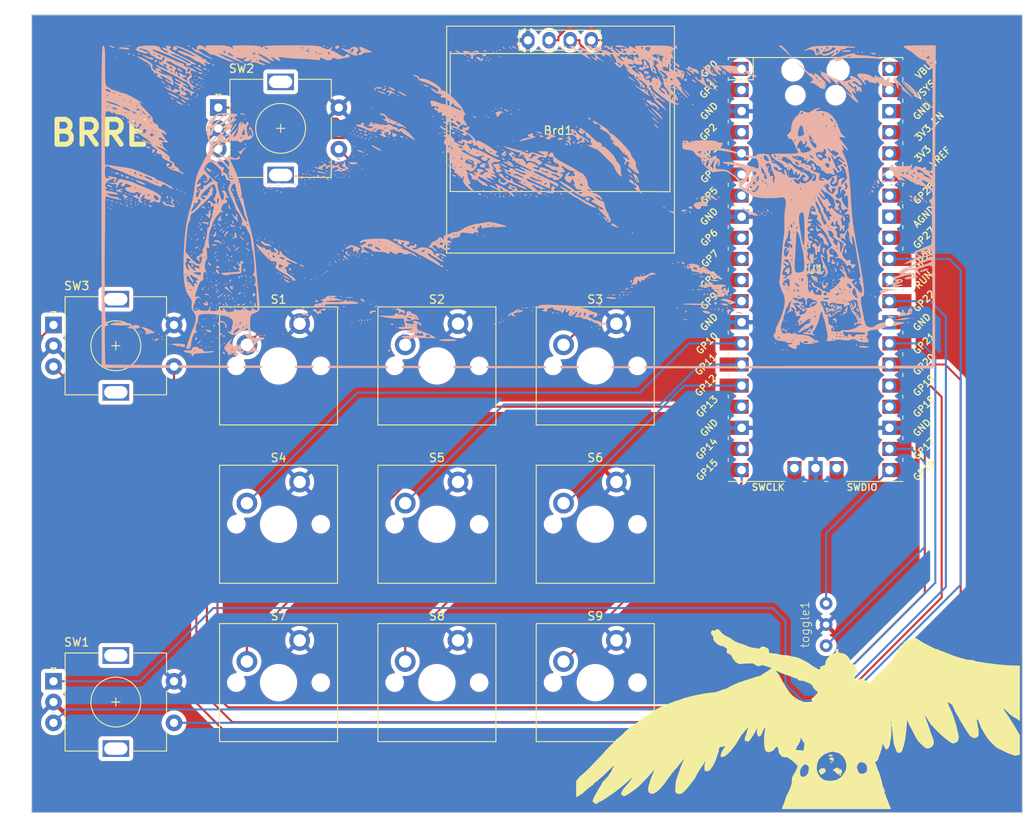
<source format=kicad_pcb>
(kicad_pcb (version 20221018) (generator pcbnew)
  (layers (0 "F.Cu" signal) (31 "B.Cu" signal) (34 "B.Paste" user) (35 "F.Paste" user) (36 "B.SilkS" user "B.Silkscreen") (37 "F.SilkS" user "F.Silkscreen") (38 "B.Mask" user) (39 "F.Mask" user) (44 "Edge.Cuts" user))
  (net 0 "")
  (net 1 "SDA")
  (net 2 "SCL")
  (net 3 "GND")
  (net 4 "+5V")
  (net 5 "S1")
  (net 6 "+3.3V")
  (net 7 "S2")
  (net 8 "S3")
  (net 9 "S4")
  (net 10 "S5")
  (net 11 "S6")
  (net 12 "S7")
  (net 13 "S8")
  (net 14 "S9")
  (net 15 "A1")
  (net 16 "B1")
  (net 17 "SW1")
  (net 18 "A2")
  (net 19 "B2")
  (net 20 "SW2")
  (net 21 "A3")
  (net 22 "B3")
  (net 23 "SW3")
  (net 24 "Toggle1")
  (net 25 "Toggle2")
  (footprint "s_MX:MX_PCB_1.00u" (layer "F.Cu") (at 129.522 98.122)
    (fp_text reference "S2" (at 0 -8) (layer "F.SilkS"))
    (fp_text value "Keyswitch")
    (pad "" np_thru_hole circle (at -5.08 0) (size 1.75 1.75) (drill 1.75) (layers "F&B.Cu" "*.Mask"))
    (pad "" np_thru_hole circle (at 0 0) (size 4 4) (drill 4) (layers "F&B.Cu" "*.Mask"))
    (pad "" np_thru_hole circle (at 5.08 0) (size 1.75 1.75) (drill 1.75) (layers "F&B.Cu" "*.Mask"))
    (pad "1" thru_hole circle (at -3.81 -2.54) (size 2.5 2.5) (drill 1.5) (layers "*.Cu" "*.Mask") (net 7 "S2"))
    (pad "2" thru_hole circle (at 2.54 -5.08) (size 2.5 2.5) (drill 1.5) (layers "*.Cu" "*.Mask") (net 3 "GND"))
  )
  (footprint "Rotary_Encoder:RotaryEncoder_Alps_EC11E-Switch_Vertical_H20mm" (layer "F.Cu") (at 83.397 136.0595)
    (fp_text reference "SW1" (at 2.8 -4.7) (layer "F.SilkS"))
    (fp_text value "RotaryEncoder_Switch")
    (pad "A" thru_hole rect (at 0 0) (size 2 2) (drill 1) (layers "*.Cu" "*.Mask") (net 15 "A1"))
    (pad "B" thru_hole circle (at 0 5) (size 2 2) (drill 1) (layers "*.Cu" "*.Mask") (net 16 "B1"))
    (pad "C" thru_hole circle (at 0 2.5) (size 2 2) (drill 1) (layers "*.Cu" "*.Mask") (net 3 "GND"))
    (pad "MP" thru_hole rect (at 7.5 -3.1) (size 3.2 2) (drill oval 2.8 1.5) (layers "*.Cu" "*.Mask"))
    (pad "MP" thru_hole rect (at 7.5 8.1) (size 3.2 2) (drill oval 2.8 1.5) (layers "*.Cu" "*.Mask"))
    (pad "S1" thru_hole circle (at 14.5 5) (size 2 2) (drill 1) (layers "*.Cu" "*.Mask") (net 17 "SW1"))
    (pad "S2" thru_hole circle (at 14.5 0) (size 2 2) (drill 1) (layers "*.Cu" "*.Mask") (net 3 "GND"))
  )
  (footprint "s_MX:MX_PCB_1.00u" (layer "F.Cu") (at 148.572 136.222)
    (fp_text reference "S9" (at 0 -8) (layer "F.SilkS"))
    (fp_text value "Keyswitch")
    (pad "" np_thru_hole circle (at -5.08 0) (size 1.75 1.75) (drill 1.75) (layers "F&B.Cu" "*.Mask"))
    (pad "" np_thru_hole circle (at 0 0) (size 4 4) (drill 4) (layers "F&B.Cu" "*.Mask"))
    (pad "" np_thru_hole circle (at 5.08 0) (size 1.75 1.75) (drill 1.75) (layers "F&B.Cu" "*.Mask"))
    (pad "1" thru_hole circle (at -3.81 -2.54) (size 2.5 2.5) (drill 1.5) (layers "*.Cu" "*.Mask") (net 14 "S9"))
    (pad "2" thru_hole circle (at 2.54 -5.08) (size 2.5 2.5) (drill 1.5) (layers "*.Cu" "*.Mask") (net 3 "GND"))
  )
  (footprint "s_MX:MX_PCB_1.00u" (layer "F.Cu") (at 148.572 117.172)
    (fp_text reference "S6" (at 0 -8) (layer "F.SilkS"))
    (fp_text value "Keyswitch")
    (pad "" np_thru_hole circle (at -5.08 0) (size 1.75 1.75) (drill 1.75) (layers "F&B.Cu" "*.Mask"))
    (pad "" np_thru_hole circle (at 0 0) (size 4 4) (drill 4) (layers "F&B.Cu" "*.Mask"))
    (pad "" np_thru_hole circle (at 5.08 0) (size 1.75 1.75) (drill 1.75) (layers "F&B.Cu" "*.Mask"))
    (pad "1" thru_hole circle (at -3.81 -2.54) (size 2.5 2.5) (drill 1.5) (layers "*.Cu" "*.Mask") (net 11 "S6"))
    (pad "2" thru_hole circle (at 2.54 -5.08) (size 2.5 2.5) (drill 1.5) (layers "*.Cu" "*.Mask") (net 3 "GND"))
  )
  (footprint "Rotary_Encoder:RotaryEncoder_Alps_EC11E-Switch_Vertical_H20mm" (layer "F.Cu") (at 103.222 67.047)
    (fp_text reference "SW2" (at 2.8 -4.7) (layer "F.SilkS"))
    (fp_text value "RotaryEncoder_Switch")
    (pad "A" thru_hole rect (at 0 0) (size 2 2) (drill 1) (layers "*.Cu" "*.Mask") (net 18 "A2"))
    (pad "B" thru_hole circle (at 0 5) (size 2 2) (drill 1) (layers "*.Cu" "*.Mask") (net 19 "B2"))
    (pad "C" thru_hole circle (at 0 2.5) (size 2 2) (drill 1) (layers "*.Cu" "*.Mask") (net 3 "GND"))
    (pad "MP" thru_hole rect (at 7.5 -3.1) (size 3.2 2) (drill oval 2.8 1.5) (layers "*.Cu" "*.Mask"))
    (pad "MP" thru_hole rect (at 7.5 8.1) (size 3.2 2) (drill oval 2.8 1.5) (layers "*.Cu" "*.Mask"))
    (pad "S1" thru_hole circle (at 14.5 5) (size 2 2) (drill 1) (layers "*.Cu" "*.Mask") (net 20 "SW2"))
    (pad "S2" thru_hole circle (at 14.5 0) (size 2 2) (drill 1) (layers "*.Cu" "*.Mask") (net 3 "GND"))
  )
  (footprint "s_MX:MX_PCB_1.00u" (layer "F.Cu") (at 110.472 117.172)
    (fp_text reference "S4" (at 0 -8) (layer "F.SilkS"))
    (fp_text value "Keyswitch")
    (pad "" np_thru_hole circle (at -5.08 0) (size 1.75 1.75) (drill 1.75) (layers "F&B.Cu" "*.Mask"))
    (pad "" np_thru_hole circle (at 0 0) (size 4 4) (drill 4) (layers "F&B.Cu" "*.Mask"))
    (pad "" np_thru_hole circle (at 5.08 0) (size 1.75 1.75) (drill 1.75) (layers "F&B.Cu" "*.Mask"))
    (pad "1" thru_hole circle (at -3.81 -2.54) (size 2.5 2.5) (drill 1.5) (layers "*.Cu" "*.Mask") (net 9 "S4"))
    (pad "2" thru_hole circle (at 2.54 -5.08) (size 2.5 2.5) (drill 1.5) (layers "*.Cu" "*.Mask") (net 3 "GND"))
  )
  (footprint "s_MX:MX_PCB_1.00u" (layer "F.Cu") (at 129.522 117.172)
    (fp_text reference "S5" (at 0 -8) (layer "F.SilkS"))
    (fp_text value "Keyswitch")
    (pad "" np_thru_hole circle (at -5.08 0) (size 1.75 1.75) (drill 1.75) (layers "F&B.Cu" "*.Mask"))
    (pad "" np_thru_hole circle (at 0 0) (size 4 4) (drill 4) (layers "F&B.Cu" "*.Mask"))
    (pad "" np_thru_hole circle (at 5.08 0) (size 1.75 1.75) (drill 1.75) (layers "F&B.Cu" "*.Mask"))
    (pad "1" thru_hole circle (at -3.81 -2.54) (size 2.5 2.5) (drill 1.5) (layers "*.Cu" "*.Mask") (net 10 "S5"))
    (pad "2" thru_hole circle (at 2.54 -5.08) (size 2.5 2.5) (drill 1.5) (layers "*.Cu" "*.Mask") (net 3 "GND"))
  )
  (footprint "s_MX:MX_PCB_1.00u" (layer "F.Cu") (at 148.572 98.122)
    (fp_text reference "S3" (at 0 -8) (layer "F.SilkS"))
    (fp_text value "Keyswitch")
    (pad "" np_thru_hole circle (at -5.08 0) (size 1.75 1.75) (drill 1.75) (layers "F&B.Cu" "*.Mask"))
    (pad "" np_thru_hole circle (at 0 0) (size 4 4) (drill 4) (layers "F&B.Cu" "*.Mask"))
    (pad "" np_thru_hole circle (at 5.08 0) (size 1.75 1.75) (drill 1.75) (layers "F&B.Cu" "*.Mask"))
    (pad "1" thru_hole circle (at -3.81 -2.54) (size 2.5 2.5) (drill 1.5) (layers "*.Cu" "*.Mask") (net 8 "S3"))
    (pad "2" thru_hole circle (at 2.54 -5.08) (size 2.5 2.5) (drill 1.5) (layers "*.Cu" "*.Mask") (net 3 "GND"))
  )
  (footprint "dsada:128x64OLED" (layer "F.Cu") (at 144.097 69.547)
    (fp_text reference "Brd1" (at 0 0.254) (layer "F.SilkS"))
    (fp_text value "SSD1306")
    (pad "1" thru_hole oval (at -3.62 -10.6 90) (size 2 1.6) (drill 1) (layers "*.Cu" "*.Mask") (net 3 "GND"))
    (pad "2" thru_hole oval (at -1.08 -10.6 90) (size 2 1.6) (drill 1) (layers "*.Cu" "*.Mask") (net 4 "+5V"))
    (pad "3" thru_hole oval (at 1.46 -10.6 90) (size 2 1.6) (drill 1) (layers "*.Cu" "*.Mask") (net 2 "SCL"))
    (pad "4" thru_hole oval (at 4 -10.6 90) (size 2 1.6) (drill 1) (layers "*.Cu" "*.Mask") (net 1 "SDA"))
  )
  (footprint "s_MX:MX_PCB_1.00u" (layer "F.Cu") (at 129.522 136.222)
    (fp_text reference "S8" (at 0 -8) (layer "F.SilkS"))
    (fp_text value "Keyswitch")
    (pad "" np_thru_hole circle (at -5.08 0) (size 1.75 1.75) (drill 1.75) (layers "F&B.Cu" "*.Mask"))
    (pad "" np_thru_hole circle (at 0 0) (size 4 4) (drill 4) (layers "F&B.Cu" "*.Mask"))
    (pad "" np_thru_hole circle (at 5.08 0) (size 1.75 1.75) (drill 1.75) (layers "F&B.Cu" "*.Mask"))
    (pad "1" thru_hole circle (at -3.81 -2.54) (size 2.5 2.5) (drill 1.5) (layers "*.Cu" "*.Mask") (net 13 "S8"))
    (pad "2" thru_hole circle (at 2.54 -5.08) (size 2.5 2.5) (drill 1.5) (layers "*.Cu" "*.Mask") (net 3 "GND"))
  )
  (footprint "s_MX:MX_PCB_1.00u" (layer "F.Cu") (at 110.472 136.222)
    (fp_text reference "S7" (at 0 -8) (layer "F.SilkS"))
    (fp_text value "Keyswitch")
    (pad "" np_thru_hole circle (at -5.08 0) (size 1.75 1.75) (drill 1.75) (layers "F&B.Cu" "*.Mask"))
    (pad "" np_thru_hole circle (at 0 0) (size 4 4) (drill 4) (layers "F&B.Cu" "*.Mask"))
    (pad "" np_thru_hole circle (at 5.08 0) (size 1.75 1.75) (drill 1.75) (layers "F&B.Cu" "*.Mask"))
    (pad "1" thru_hole circle (at -3.81 -2.54) (size 2.5 2.5) (drill 1.5) (layers "*.Cu" "*.Mask") (net 12 "S7"))
    (pad "2" thru_hole circle (at 2.54 -5.08) (size 2.5 2.5) (drill 1.5) (layers "*.Cu" "*.Mask") (net 3 "GND"))
  )
  (footprint "Button_Switch_THT:Toggle on-off-on" (layer "F.Cu") (at 176.342 129.237 90)
    (fp_text reference "toggle1" (at 0 -2.54 90 unlocked) (layer "F.SilkS") (effects (font (thickness 0.1))))
    (fp_text value "~")
    (pad "1" thru_hole circle (at -2.54 0 90) (size 1.524 1.524) (drill 0.762) (layers "*.Cu" "*.Mask") (net 24 "Toggle1"))
    (pad "2" thru_hole circle (at 2.54 0 90) (size 1.524 1.524) (drill 0.762) (layers "*.Cu" "*.Mask") (net 25 "Toggle2"))
    (pad "3" thru_hole circle (at 0 0 90) (size 1.524 1.524) (drill 0.762) (layers "*.Cu" "*.Mask") (net 3 "GND"))
  )
  (footprint "s_components:PCBimage3" (layer "F.Cu") (at 172.945613 136.423252)
    (fp_text reference "G***" hide)
    (fp_text value "LOGO" hide)
  )
  (footprint "s_MX:MX_PCB_1.00u" (layer "F.Cu") (at 110.472 98.122)
    (fp_text reference "S1" (at 0 -8) (layer "F.SilkS"))
    (fp_text value "Keyswitch")
    (pad "" np_thru_hole circle (at -5.08 0) (size 1.75 1.75) (drill 1.75) (layers "F&B.Cu" "*.Mask"))
    (pad "" np_thru_hole circle (at 0 0) (size 4 4) (drill 4) (layers "F&B.Cu" "*.Mask"))
    (pad "" np_thru_hole circle (at 5.08 0) (size 1.75 1.75) (drill 1.75) (layers "F&B.Cu" "*.Mask"))
    (pad "1" thru_hole circle (at -3.81 -2.54) (size 2.5 2.5) (drill 1.5) (layers "*.Cu" "*.Mask") (net 5 "S1"))
    (pad "2" thru_hole circle (at 2.54 -5.08) (size 2.5 2.5) (drill 1.5) (layers "*.Cu" "*.Mask") (net 3 "GND"))
  )
  (footprint "MCU_RaspberryPi_and_Boards:RPi_Pico_SMD_TH" (layer "F.Cu") (at 175.072 86.522)
    (fp_text reference "U1" (at 0 0) (layer "F.SilkS"))
    (fp_text value "Pico")
    (fp_text user "GND" (at -12.8 19.05 45) (layer "F.SilkS") (effects (font (size 0.8 0.8))))
    (fp_text user "GP13" (at -13.054 16.51 45) (layer "F.SilkS") (effects (font (size 0.8 0.8))))
    (fp_text user "GP12" (at -13.2 13.97 45) (layer "F.SilkS") (effects (font (size 0.8 0.8))))
    (fp_text user "GP0" (at -12.8 -24.13 45) (layer "F.SilkS") (effects (font (size 0.8 0.8))))
    (fp_text user "3V3" (at 12.9 -13.9 45) (layer "F.SilkS") (effects (font (size 0.8 0.8))))
    (fp_text user "GND" (at -12.8 -19.05 45) (layer "F.SilkS") (effects (font (size 0.8 0.8))))
    (fp_text user "GP20" (at 13.054 11.43 45) (layer "F.SilkS") (effects (font (size 0.8 0.8))))
    (fp_text user "GP9" (at -12.8 3.81 45) (layer "F.SilkS") (effects (font (size 0.8 0.8))))
    (fp_text user "GP22" (at 13.054 3.81 45) (layer "F.SilkS") (effects (font (size 0.8 0.8))))
    (fp_text user "GP26" (at 13.054 -1.27 45) (layer "F.SilkS") (effects (font (size 0.8 0.8))))
    (fp_text user "GP6" (at -12.8 -3.81 45) (layer "F.SilkS") (effects (font (size 0.8 0.8))))
    (fp_text user "GP11" (at -13.2 11.43 45) (layer "F.SilkS") (effects (font (size 0.8 0.8))))
    (fp_text user "GP8" (at -12.8 1.27 45) (layer "F.SilkS") (effects (font (size 0.8 0.8))))
    (fp_text user "GP10" (at -13.054 8.89 45) (layer "F.SilkS") (effects (font (size 0.8 0.8))))
    (fp_text user "GND" (at 12.8 6.35 45) (layer "F.SilkS") (effects (font (size 0.8 0.8))))
    (fp_text user "SWDIO" (at 5.6 26.2) (layer "F.SilkS") (effects (font (size 0.8 0.8))))
    (fp_text user "GND" (at -12.8 -6.35 45) (layer "F.SilkS") (effects (font (size 0.8 0.8))))
    (fp_text user "GP28" (at 13.054 -9.144 45) (layer "F.SilkS") (effects (font (size 0.8 0.8))))
    (fp_text user "GP27" (at 13.054 -3.8 45) (layer "F.SilkS") (effects (font (size 0.8 0.8))))
    (fp_text user "3V3_EN" (at 13.7 -17.2 45) (layer "F.SilkS") (effects (font (size 0.8 0.8))))
    (fp_text user "GND" (at 12.8 19.05 45) (layer "F.SilkS") (effects (font (size 0.8 0.8))))
    (fp_text user "GP2" (at -12.9 -16.51 45) (layer "F.SilkS") (effects (font (size 0.8 0.8))))
    (fp_text user "GND" (at 12.8 -19.05 45) (layer "F.SilkS") (effects (font (size 0.8 0.8))))
    (fp_text user "GND" (at -12.8 6.35 45) (layer "F.SilkS") (effects (font (size 0.8 0.8))))
    (fp_text user "GP15" (at -13.054 24.13 45) (layer "F.SilkS") (effects (font (size 0.8 0.8))))
    (fp_text user "SWCLK" (at -5.7 26.2) (layer "F.SilkS") (effects (font (size 0.8 0.8))))
    (fp_text user "RUN" (at 13 1.27 45) (layer "F.SilkS") (effects (font (size 0.8 0.8))))
    (fp_text user "GP19" (at 13.054 13.97 45) (layer "F.SilkS") (effects (font (size 0.8 0.8))))
    (fp_text user "VBUS" (at 13.3 -24.2 45) (layer "F.SilkS") (effects (font (size 0.8 0.8))))
    (fp_text user "AGND" (at 13.054 -6.35 45) (layer "F.SilkS") (effects (font (size 0.8 0.8))))
    (fp_text user "GP5" (at -12.8 -8.89 45) (layer "F.SilkS") (effects (font (size 0.8 0.8))))
    (fp_text user "GP4" (at -12.8 -11.43 45) (layer "F.SilkS") (effects (font (size 0.8 0.8))))
    (fp_text user "GP1" (at -12.9 -21.6 45) (layer "F.SilkS") (effects (font (size 0.8 0.8))))
    (fp_text user "GP7" (at -12.7 -1.3 45) (layer "F.SilkS") (effects (font (size 0.8 0.8))))
    (fp_text user "GP3" (at -12.8 -13.97 45) (layer "F.SilkS") (effects (font (size 0.8 0.8))))
    (fp_text user "GP17" (at 13.054 21.59 45) (layer "F.SilkS") (effects (font (size 0.8 0.8))))
    (fp_text user "GP18" (at 13.054 16.51 45) (layer "F.SilkS") (effects (font (size 0.8 0.8))))
    (fp_text user "GP21" (at 13.054 8.9 45) (layer "F.SilkS") (effects (font (size 0.8 0.8))))
    (fp_text user "GP16" (at 13.054 24.13 45) (layer "F.SilkS") (effects (font (size 0.8 0.8))))
    (fp_text user "VSYS" (at 13.2 -21.59 45) (layer "F.SilkS") (effects (font (size 0.8 0.8))))
    (fp_text user "GP14" (at -13.1 21.59 45) (layer "F.SilkS") (effects (font (size 0.8 0.8))))
    (fp_text user "ADC_VREF" (at 14 -12.5 45) (layer "F.SilkS") (effects (font (size 0.8 0.8))))
    (pad "" np_thru_hole oval (at -2.725 -24) (size 1.8 1.8) (drill 1.8) (layers "F&B.Cu" "*.Mask"))
    (pad "" np_thru_hole oval (at -2.425 -20.97) (size 1.5 1.5) (drill 1.5) (layers "F&B.Cu" "*.Mask"))
    (pad "" np_thru_hole oval (at 2.425 -20.97) (size 1.5 1.5) (drill 1.5) (layers "F&B.Cu" "*.Mask"))
    (pad "" np_thru_hole oval (at 2.725 -24) (size 1.8 1.8) (drill 1.8) (layers "F&B.Cu" "*.Mask"))
    (pad "1" thru_hole oval (at -8.89 -24.13) (size 1.7 1.7) (drill 1.02) (layers "*.Cu" "*.Mask") (net 1 "SDA"))
    (pad "1" smd rect (at -8.89 -24.13) (size 3.5 1.7) (drill (offset -0.9 0)) (layers "F.Cu" "F.Mask") (net 1 "SDA"))
    (pad "2" thru_hole oval (at -8.89 -21.59) (size 1.7 1.7) (drill 1.02) (layers "*.Cu" "*.Mask") (net 2 "SCL"))
    (pad "2" smd rect (at -8.89 -21.59) (size 3.5 1.7) (drill (offset -0.9 0)) (layers "F.Cu" "F.Mask") (net 2 "SCL"))
    (pad "3" thru_hole rect (at -8.89 -19.05) (size 1.7 1.7) (drill 1.02) (layers "*.Cu" "*.Mask") (net 3 "GND"))
    (pad "3" smd rect (at -8.89 -19.05) (size 3.5 1.7) (drill (offset -0.9 0)) (layers "F.Cu" "F.Mask") (net 3 "GND"))
    (pad "4" thru_hole oval (at -8.89 -16.51) (size 1.7 1.7) (drill 1.02) (layers "*.Cu" "*.Mask"))
    (pad "4" smd rect (at -8.89 -16.51) (size 3.5 1.7) (drill (offset -0.9 0)) (layers "F.Cu" "F.Mask"))
    (pad "5" thru_hole oval (at -8.89 -13.97) (size 1.7 1.7) (drill 1.02) (layers "*.Cu" "*.Mask") (net 18 "A2"))
    (pad "5" smd rect (at -8.89 -13.97) (size 3.5 1.7) (drill (offset -0.9 0)) (layers "F.Cu" "F.Mask") (net 18 "A2"))
    (pad "6" thru_hole oval (at -8.89 -11.43) (size 1.7 1.7) (drill 1.02) (layers "*.Cu" "*.Mask") (net 19 "B2"))
    (pad "6" smd rect (at -8.89 -11.43) (size 3.5 1.7) (drill (offset -0.9 0)) (layers "F.Cu" "F.Mask") (net 19 "B2"))
    (pad "7" thru_hole oval (at -8.89 -8.89) (size 1.7 1.7) (drill 1.02) (layers "*.Cu" "*.Mask") (net 20 "SW2"))
    (pad "7" smd rect (at -8.89 -8.89) (size 3.5 1.7) (drill (offset -0.9 0)) (layers "F.Cu" "F.Mask") (net 20 "SW2"))
    (pad "8" thru_hole rect (at -8.89 -6.35) (size 1.7 1.7) (drill 1.02) (layers "*.Cu" "*.Mask") (net 3 "GND"))
    (pad "8" smd rect (at -8.89 -6.35) (size 3.5 1.7) (drill (offset -0.9 0)) (layers "F.Cu" "F.Mask") (net 3 "GND"))
    (pad "9" thru_hole oval (at -8.89 -3.81) (size 1.7 1.7) (drill 1.02) (layers "*.Cu" "*.Mask"))
    (pad "9" smd rect (at -8.89 -3.81) (size 3.5 1.7) (drill (offset -0.9 0)) (layers "F.Cu" "F.Mask"))
    (pad "10" thru_hole oval (at -8.89 -1.27) (size 1.7 1.7) (drill 1.02) (layers "*.Cu" "*.Mask") (net 5 "S1"))
    (pad "10" smd rect (at -8.89 -1.27) (size 3.5 1.7) (drill (offset -0.9 0)) (layers "F.Cu" "F.Mask") (net 5 "S1"))
    (pad "11" thru_hole oval (at -8.89 1.27) (size 1.7 1.7) (drill 1.02) (layers "*.Cu" "*.Mask") (net 7 "S2"))
    (pad "11" smd rect (at -8.89 1.27) (size 3.5 1.7) (drill (offset -0.9 0)) (layers "F.Cu" "F.Mask") (net 7 "S2"))
    (pad "12" thru_hole oval (at -8.89 3.81) (size 1.7 1.7) (drill 1.02) (layers "*.Cu" "*.Mask") (net 8 "S3"))
    (pad "12" smd rect (at -8.89 3.81) (size 3.5 1.7) (drill (offset -0.9 0)) (layers "F.Cu" "F.Mask") (net 8 "S3"))
    (pad "13" thru_hole rect (at -8.89 6.35) (size 1.7 1.7) (drill 1.02) (layers "*.Cu" "*.Mask") (net 3 "GND"))
    (pad "13" smd rect (at -8.89 6.35) (size 3.5 1.7) (drill (offset -0.9 0)) (layers "F.Cu" "F.Mask") (net 3 "GND"))
    (pad "14" thru_hole oval (at -8.89 8.89) (size 1.7 1.7) (drill 1.02) (layers "*.Cu" "*.Mask") (net 9 "S4"))
    (pad "14" smd rect (at -8.89 8.89) (size 3.5 1.7) (drill (offset -0.9 0)) (layers "F.Cu" "F.Mask") (net 9 "S4"))
    (pad "15" thru_hole oval (at -8.89 11.43) (size 1.7 1.7) (drill 1.02) (layers "*.Cu" "*.Mask") (net 10 "S5"))
    (pad "15" smd rect (at -8.89 11.43) (size 3.5 1.7) (drill (offset -0.9 0)) (layers "F.Cu" "F.Mask") (net 10 "S5"))
    (pad "16" thru_hole oval (at -8.89 13.97) (size 1.7 1.7) (drill 1.02) (layers "*.Cu" "*.Mask") (net 11 "S6"))
    (pad "16" smd rect (at -8.89 13.97) (size 3.5 1.7) (drill (offset -0.9 0)) (layers "F.Cu" "F.Mask") (net 11 "S6"))
    (pad "17" thru_hole oval (at -8.89 16.51) (size 1.7 1.7) (drill 1.02) (layers "*.Cu" "*.Mask") (net 12 "S7"))
    (pad "17" smd rect (at -8.89 16.51) (size 3.5 1.7) (drill (offset -0.9 0)) (layers "F.Cu" "F.Mask") (net 12 "S7"))
    (pad "18" thru_hole rect (at -8.89 19.05) (size 1.7 1.7) (drill 1.02) (layers "*.Cu" "*.Mask") (net 3 "GND"))
    (pad "18" smd rect (at -8.89 19.05) (size 3.5 1.7) (drill (offset -0.9 0)) (layers "F.Cu" "F.Mask") (net 3 "GND"))
    (pad "19" thru_hole oval (at -8.89 21.59) (size 1.7 1.7) (drill 1.02) (layers "*.Cu" "*.Mask") (net 13 "S8"))
    (pad "19" smd rect (at -8.89 21.59) (size 3.5 1.7) (drill (offset -0.9 0)) (layers "F.Cu" "F.Mask") (net 13 "S8"))
    (pad "20" thru_hole oval (at -8.89 24.13) (size 1.7 1.7) (drill 1.02) (layers "*.Cu" "*.Mask") (net 14 "S9"))
    (pad "20" smd rect (at -8.89 24.13) (size 3.5 1.7) (drill (offset -0.9 0)) (layers "F.Cu" "F.Mask") (net 14 "S9"))
    (pad "21" thru_hole oval (at 8.89 24.13) (size 1.7 1.7) (drill 1.02) (layers "*.Cu" "*.Mask") (net 25 "Toggle2"))
    (pad "21" smd rect (at 8.89 24.13) (size 3.5 1.7) (drill (offset 0.9 0)) (layers "F.Cu" "F.Mask") (net 25 "Toggle2"))
    (pad "22" thru_hole oval (at 8.89 21.59) (size 1.7 1.7) (drill 1.02) (layers "*.Cu" "*.Mask") (net 24 "Toggle1"))
    (pad "22" smd rect (at 8.89 21.59) (size 3.5 1.7) (drill (offset 0.9 0)) (layers "F.Cu" "F.Mask") (net 24 "Toggle1"))
    (pad "23" thru_hole rect (at 8.89 19.05) (size 1.7 1.7) (drill 1.02) (layers "*.Cu" "*.Mask") (net 3 "GND"))
    (pad "23" smd rect (at 8.89 19.05) (size 3.5 1.7) (drill (offset 0.9 0)) (layers "F.Cu" "F.Mask") (net 3 "GND"))
    (pad "24" thru_hole oval (at 8.89 16.51) (size 1.7 1.7) (drill 1.02) (layers "*.Cu" "*.Mask") (net 23 "SW3"))
    (pad "24" smd rect (at 8.89 16.51) (size 3.5 1.7) (drill (offset 0.9 0)) (layers "F.Cu" "F.Mask") (net 23 "SW3"))
    (pad "25" thru_hole oval (at 8.89 13.97) (size 1.7 1.7) (drill 1.02) (layers "*.Cu" "*.Mask") (net 22 "B3"))
    (pad "25" smd rect (at 8.89 13.97) (size 3.5 1.7) (drill (offset 0.9 0)) (layers "F.Cu" "F.Mask") (net 22 "B3"))
    (pad "26" thru_hole oval (at 8.89 11.43) (size 1.7 1.7) (drill 1.02) (layers "*.Cu" "*.Mask") (net 21 "A3"))
    (pad "26" smd rect (at 8.89 11.43) (size 3.5 1.7) (drill (offset 0.9 0)) (layers "F.Cu" "F.Mask") (net 21 "A3"))
    (pad "27" thru_hole oval (at 8.89 8.89) (size 1.7 1.7) (drill 1.02) (layers "*.Cu" "*.Mask") (net 15 "A1"))
    (pad "27" smd rect (at 8.89 8.89) (size 3.5 1.7) (drill (offset 0.9 0)) (layers "F.Cu" "F.Mask") (net 15 "A1"))
    (pad "28" thru_hole rect (at 8.89 6.35) (size 1.7 1.7) (drill 1.02) (layers "*.Cu" "*.Mask") (net 3 "GND"))
    (pad "28" smd rect (at 8.89 6.35) (size 3.5 1.7) (drill (offset 0.9 0)) (layers "F.Cu" "F.Mask") (net 3 "GND"))
    (pad "29" thru_hole oval (at 8.89 3.81) (size 1.7 1.7) (drill 1.02) (layers "*.Cu" "*.Mask") (net 16 "B1"))
    (pad "29" smd rect (at 8.89 3.81) (size 3.5 1.7) (drill (offset 0.9 0)) (layers "F.Cu" "F.Mask") (net 16 "B1"))
    (pad "30" thru_hole oval (at 8.89 1.27) (size 1.7 1.7) (drill 1.02) (layers "*.Cu" "*.Mask"))
    (pad "30" smd rect (at 8.89 1.27) (size 3.5 1.7) (drill (offset 0.9 0)) (layers "F.Cu" "F.Mask"))
    (pad "31" thru_hole oval (at 8.89 -1.27) (size 1.7 1.7) (drill 1.02) (layers "*.Cu" "*.Mask") (net 17 "SW1"))
    (pad "31" smd rect (at 8.89 -1.27) (size 3.5 1.7) (drill (offset 0.9 0)) (layers "F.Cu" "F.Mask") (net 17 "SW1"))
    (pad "32" thru_hole oval (at 8.89 -3.81) (size 1.7 1.7) (drill 1.02) (layers "*.Cu" "*.Mask"))
    (pad "32" smd rect (at 8.89 -3.81) (size 3.5 1.7) (drill (offset 0.9 0)) (layers "F.Cu" "F.Mask"))
    (pad "33" thru_hole rect (at 8.89 -6.35) (size 1.7 1.7) (drill 1.02) (layers "*.Cu" "*.Mask"))
    (pad "33" smd rect (at 8.89 -6.35) (size 3.5 1.7) (drill (offset 0.9 0)) (layers "F.Cu" "F.Mask"))
    (pad "34" thru_hole oval (at 8.89 -8.89) (size 1.7 1.7) (drill 1.02) (layers "*.Cu" "*.Mask"))
    (pad "34" smd rect (at 8.89 -8.89) (size 3.5 1.7) (drill (offset 0.9 0)) (layers "F.Cu" "F.Mask"))
    (pad "35" thru_hole oval (at 8.89 -11.43) (size 1.7 1.7) (drill 1.02) (layers "*.Cu" "*.Mask"))
    (pad "35" smd rect (at 8.89 -11.43) (size 3.5 1.7) (drill (offset 0.9 0)) (layers "F.Cu" "F.Mask"))
    (pad "36" thru_hole oval (at 8.89 -13.97) (size 1.7 1.7) (drill 1.02) (layers "*.Cu" "*.Mask") (net 6 "+3.3V"))
    (pad "36" smd rect (at 8.89 -13.97) (size 3.5 1.7) (drill (offset 0.9 0)) (layers "F.Cu" "F.Mask") (net 6 "+3.3V"))
    (pad "37" thru_hole oval (at 8.89 -16.51) (size 1.7 1.7) (drill 1.02) (layers "*.Cu" "*.Mask"))
    (pad "37" smd rect (at 8.89 -16.51) (size 3.5 1.7) (drill (offset 0.9 0)) (layers "F.Cu" "F.Mask"))
    (pad "38" thru_hole rect (at 8.89 -19.05) (size 1.7 1.7) (drill 1.02) (layers "*.Cu" "*.Mask"))
    (pad "38" smd rect (at 8.89 -19.05) (size 3.5 1.7) (drill (offset 0.9 0)) (layers "F.Cu" "F.Mask"))
    (pad "39" thru_hole oval (at 8.89 -21.59) (size 1.7 1.7) (drill 1.02) (layers "*.Cu" "*.Mask") (net 4 "+5V"))
    (pad "39" smd rect (at 8.89 -21.59) (size 3.5 1.7) (drill (offset 0.9 0)) (layers "F.Cu" "F.Mask") (net 4 "+5V"))
    (pad "40" thru_hole oval (at 8.89 -24.13) (size 1.7 1.7) (drill 1.02) (layers "*.Cu" "*.Mask"))
    (pad "40" smd rect (at 8.89 -24.13) (size 3.5 1.7) (drill (offset 0.9 0)) (layers "F.Cu" "F.Mask"))
    (pad "41" thru_hole oval (at -2.54 23.9) (size 1.7 1.7) (drill 1.02) (layers "*.Cu" "*.Mask"))
    (pad "41" smd rect (at -2.54 23.9 90) (size 3.5 1.7) (drill (offset -0.9 0)) (layers "F.Cu" "F.Mask"))
    (pad "42" thru_hole rect (at 0 23.9) (size 1.7 1.7) (drill 1.02) (layers "*.Cu" "*.Mask") (net 3 "GND"))
    (pad "42" smd rect (at 0 23.9 90) (size 3.5 1.7) (drill (offset -0.9 0)) (layers "F.Cu" "F.Mask") (net 3 "GND"))
    (pad "43" thru_hole oval (at 2.54 23.9) (size 1.7 1.7) (drill 1.02) (layers "*.Cu" "*.Mask"))
    (pad "43" smd rect (at 2.54 23.9 90) (size 3.5 1.7) (drill (offset -0.9 0)) (layers "F.Cu" "F.Mask"))
  )
  (footprint "Rotary_Encoder:RotaryEncoder_Alps_EC11E-Switch_Vertical_H20mm" (layer "F.Cu") (at 83.397 93.197)
    (fp_text reference "SW3" (at 2.8 -4.7) (layer "F.SilkS"))
    (fp_text value "RotaryEncoder_Switch")
    (pad "A" thru_hole rect (at 0 0) (size 2 2) (drill 1) (layers "*.Cu" "*.Mask") (net 21 "A3"))
    (pad "B" thru_hole circle (at 0 5) (size 2 2) (drill 1) (layers "*.Cu" "*.Mask") (net 22 "B3"))
    (pad "C" thru_hole circle (at 0 2.5) (size 2 2) (drill 1) (layers "*.Cu" "*.Mask") (net 3 "GND"))
    (pad "MP" thru_hole rect (at 7.5 -3.1) (size 3.2 2) (drill oval 2.8 1.5) (layers "*.Cu" "*.Mask"))
    (pad "MP" thru_hole rect (at 7.5 8.1) (size 3.2 2) (drill oval 2.8 1.5) (layers "*.Cu" "*.Mask"))
    (pad "S1" thru_hole circle (at 14.5 5) (size 2 2) (drill 1) (layers "*.Cu" "*.Mask") (net 23 "SW3"))
    (pad "S2" thru_hole circle (at 14.5 0) (size 2 2) (drill 1) (layers "*.Cu" "*.Mask") (net 3 "GND"))
  )
  (footprint "s_components:PCBimage" (layer "B.Cu") (at 139.446 78.994 180)
    (fp_text reference "G***" hide)
    (fp_text value "LOGO" hide)
  )
  (gr_rect (start 80.772 55.88) (end 199.962 151.852) (stroke (width 0.1)) (fill none) (layer "Edge.Cuts"))
  (gr_text "BRRE" (at 82.712 71.852) (layer "F.SilkS") (effects (font (size 3 3) (thickness 0.6) bold) (justify left bottom)))
  (segment (start 163.205 62.392) (end 159.76 58.947) (width 0.25) (layer "F.Cu") (net 1))
  (segment (start 159.76 58.947) (end 148.097 58.947) (width 0.25) (layer "F.Cu") (net 1))
  (segment (start 166.182 62.392) (end 163.205 62.392) (width 0.25) (layer "F.Cu") (net 1))
  (segment (start 146.684 58.947) (end 146.684 59.3639) (width 0.25) (layer "F.Cu") (net 2))
  (segment (start 146.684 59.3639) (end 152.252 64.932) (width 0.25) (layer "F.Cu") (net 2))
  (segment (start 152.252 64.932) (end 166.182 64.932) (width 0.25) (layer "F.Cu") (net 2))
  (segment (start 145.557 58.947) (end 146.684 58.947) (width 0.25) (layer "F.Cu") (net 2))
  (segment (start 145.056 57.6127) (end 184.3587 57.6127) (width 0.25) (layer "F.Cu") (net 4))
  (segment (start 144.144 58.947) (end 144.144 58.5244) (width 0.25) (layer "F.Cu") (net 4))
  (segment (start 189.23 62.484) (end 186.782 64.932) (width 0.25) (layer "F.Cu") (net 4))
  (segment (start 143.017 58.947) (end 144.144 58.947) (width 0.25) (layer "F.Cu") (net 4))
  (segment (start 144.144 58.5244) (end 145.056 57.6127) (width 0.25) (layer "F.Cu") (net 4))
  (segment (start 186.782 64.932) (end 183.962 64.932) (width 0.25) (layer "F.Cu") (net 4))
  (segment (start 184.3587 57.6127) (end 189.23 62.484) (width 0.25) (layer "F.Cu") (net 4))
  (segment (start 106.662 95.582) (end 116.992 85.252) (width 0.25) (layer "F.Cu") (net 5))
  (segment (start 116.992 85.252) (end 166.182 85.252) (width 0.25) (layer "F.Cu") (net 5))
  (segment (start 133.502 87.792) (end 125.712 95.582) (width 0.25) (layer "F.Cu") (net 7))
  (segment (start 166.182 87.792) (end 133.502 87.792) (width 0.25) (layer "F.Cu") (net 7))
  (segment (start 166.182 90.332) (end 150.012 90.332) (width 0.25) (layer "F.Cu") (net 8))
  (segment (start 150.012 90.332) (end 144.762 95.582) (width 0.25) (layer "F.Cu") (net 8))
  (segment (start 166.182 95.412) (end 159.858 95.412) (width 0.25) (layer "B.Cu") (net 9))
  (segment (start 119.948 101.346) (end 106.662 114.632) (width 0.25) (layer "B.Cu") (net 9))
  (segment (start 159.858 95.412) (end 153.924 101.346) (width 0.25) (layer "B.Cu") (net 9))
  (segment (start 153.924 101.346) (end 119.948 101.346) (width 0.25) (layer "B.Cu") (net 9))
  (segment (start 156.371 102.761) (end 161.18 97.952) (width 0.25) (layer "B.Cu") (net 10))
  (segment (start 161.18 97.952) (end 166.182 97.952) (width 0.25) (layer "B.Cu") (net 10))
  (segment (start 137.583 102.761) (end 156.371 102.761) (width 0.25) (layer "B.Cu") (net 10))
  (segment (start 125.712 114.632) (end 137.583 102.761) (width 0.25) (layer "B.Cu") (net 10))
  (segment (start 144.762 114.632) (end 145.139 114.632) (width 0.25) (layer "B.Cu") (net 11))
  (segment (start 159.279 100.492) (end 166.182 100.492) (width 0.25) (layer "B.Cu") (net 11))
  (segment (start 145.139 114.632) (end 159.279 100.492) (width 0.25) (layer "B.Cu") (net 11))
  (segment (start 135.068 103.032) (end 106.662 131.438) (width 0.25) (layer "F.Cu") (net 12))
  (segment (start 166.182 103.032) (end 135.068 103.032) (width 0.25) (layer "F.Cu") (net 12))
  (segment (start 106.662 131.438) (end 106.662 133.682) (width 0.25) (layer "F.Cu") (net 12))
  (segment (start 164.572 108.112) (end 158.496 114.188) (width 0.25) (layer "F.Cu") (net 13))
  (segment (start 125.712 131.59) (end 125.712 133.682) (width 0.25) (layer "F.Cu") (net 13))
  (segment (start 150.622 125.73) (end 131.572 125.73) (width 0.25) (layer "F.Cu") (net 13))
  (segment (start 158.496 117.856) (end 150.622 125.73) (width 0.25) (layer "F.Cu") (net 13))
  (segment (start 166.182 108.112) (end 164.572 108.112) (width 0.25) (layer "F.Cu") (net 13))
  (segment (start 158.496 114.188) (end 158.496 117.856) (width 0.25) (layer "F.Cu") (net 13))
  (segment (start 131.572 125.73) (end 125.712 131.59) (width 0.25) (layer "F.Cu") (net 13))
  (segment (start 166.182 112.262) (end 166.182 110.652) (width 0.25) (layer "F.Cu") (net 14))
  (segment (start 144.762 133.682) (end 166.182 112.262) (width 0.25) (layer "F.Cu") (net 14))
  (segment (start 166.182 110.652) (end 166.182 111.829) (width 0.25) (layer "B.Cu") (net 14))
  (segment (start 144.762 133.249) (end 144.762 133.682) (width 0.25) (layer "B.Cu") (net 14))
  (segment (start 83.3975 136.06) (end 83.397 136.06) (width 0.25) (layer "B.Cu") (net 15))
  (segment (start 189.484 97.028) (end 187.868 95.412) (width 0.25) (layer "B.Cu") (net 15))
  (segment (start 171.45 128.778) (end 171.45 136.398) (width 0.25) (layer "B.Cu") (net 15))
  (segment (start 93.8105 136.0595) (end 102.616 127.254) (width 0.25) (layer "B.Cu") (net 15))
  (segment (start 83.3975 136.06) (end 83.397 136.0595) (width 0.25) (layer "B.Cu") (net 15))
  (segment (start 171.45 136.398) (end 173.482 138.43) (width 0.25) (layer "B.Cu") (net 15))
  (segment (start 169.926 127.254) (end 171.45 128.778) (width 0.25) (layer "B.Cu") (net 15))
  (segment (start 173.482 138.43) (end 175.26 138.43) (width 0.25) (layer "B.Cu") (net 15))
  (segment (start 187.868 95.412) (end 183.962 95.412) (width 0.25) (layer "B.Cu") (net 15))
  (segment (start 189.484 124.206) (end 189.484 97.028) (width 0.25) (layer "B.Cu") (net 15))
  (segment (start 102.616 127.254) (end 169.926 127.254) (width 0.25) (layer "B.Cu") (net 15))
  (segment (start 83.397 136.0595) (end 93.8105 136.0595) (width 0.25) (layer "B.Cu") (net 15))
  (segment (start 175.26 138.43) (end 189.484 124.206) (width 0.25) (layer "B.Cu") (net 15))
  (segment (start 83.3971 141.0595) (end 83.3974 141.0598) (width 0.25) (layer "F.Cu") (net 16))
  (segment (start 83.397 141.0595) (end 83.3971 141.0595) (width 0.25) (layer "F.Cu") (net 16))
  (segment (start 83.3974 141.0598) (end 83.3972 141.06) (width 0.25) (layer "F.Cu") (net 16))
  (segment (start 190.754 92.202) (end 190.754 124.714) (width 0.25) (layer "B.Cu") (net 16))
  (segment (start 190.754 124.714) (end 176.022 139.446) (width 0.25) (layer "B.Cu") (net 16))
  (segment (start 85.0105 139.446) (end 83.397 141.0595) (width 0.25) (layer "B.Cu") (net 16))
  (segment (start 176.022 139.446) (end 85.0105 139.446) (width 0.25) (layer "B.Cu") (net 16))
  (segment (start 183.962 90.332) (end 188.884 90.332) (width 0.25) (layer "B.Cu") (net 16))
  (segment (start 188.884 90.332) (end 190.754 92.202) (width 0.25) (layer "B.Cu") (net 16))
  (segment (start 191.17 85.252) (end 183.962 85.252) (width 0.25) (layer "B.Cu") (net 17))
  (segment (start 97.897 141.0595) (end 175.9325 141.0595) (width 0.25) (layer "B.Cu") (net 17))
  (segment (start 192.532 124.46) (end 192.532 86.614) (width 0.25) (layer "B.Cu") (net 17))
  (segment (start 175.9325 141.0595) (end 192.532 124.46) (width 0.25) (layer "B.Cu") (net 17))
  (segment (start 192.532 86.614) (end 191.17 85.252) (width 0.25) (layer "B.Cu") (net 17))
  (segment (start 104.549 67.047) (end 105.876 68.3739) (width 0.25) (layer "F.Cu") (net 18))
  (segment (start 103.222 67.047) (end 104.549 67.047) (width 0.25) (layer "F.Cu") (net 18))
  (segment (start 117.493 68.3739) (end 121.671 72.552) (width 0.25) (layer "F.Cu") (net 18))
  (segment (start 105.876 68.3739) (end 117.493 68.3739) (width 0.25) (layer "F.Cu") (net 18))
  (segment (start 121.671 72.552) (end 166.182 72.552) (width 0.25) (layer "F.Cu") (net 18))
  (segment (start 103.222 72.047) (end 104.562 70.7067) (width 0.25) (layer "F.Cu") (net 19))
  (segment (start 119.187 70.7067) (end 123.572 75.092) (width 0.25) (layer "F.Cu") (net 19))
  (segment (start 123.572 75.092) (end 166.182 75.092) (width 0.25) (layer "F.Cu") (net 19))
  (segment (start 104.562 70.7067) (end 119.187 70.7067) (width 0.25) (layer "F.Cu") (net 19))
  (segment (start 166.182 77.632) (end 123.307 77.632) (width 0.25) (layer "F.Cu") (net 20))
  (segment (start 123.307 77.632) (end 117.722 72.047) (width 0.25) (layer "F.Cu") (net 20))
  (segment (start 100.584 119.126) (end 100.584 138.684) (width 0.25) (layer "F.Cu") (net 21))
  (segment (start 81.28 99.822) (end 100.584 119.126) (width 0.25) (layer "F.Cu") (net 21))
  (segment (start 192.532 99.822) (end 190.662 97.952) (width 0.25) (layer "F.Cu") (net 21))
  (segment (start 100.584 138.684) (end 104.648 142.748) (width 0.25) (layer "F.Cu") (net 21))
  (segment (start 175.768 142.748) (end 192.532 125.984) (width 0.25) (layer "F.Cu") (net 21))
  (segment (start 104.648 142.748) (end 175.768 142.748) (width 0.25) (layer "F.Cu") (net 21))
  (segment (start 83.397 93.197) (end 81.28 95.314) (width 0.25) (layer "F.Cu") (net 21))
  (segment (start 192.532 125.984) (end 192.532 99.822) (width 0.25) (layer "F.Cu") (net 21))
  (segment (start 81.28 95.314) (end 81.28 99.822) (width 0.25) (layer "F.Cu") (net 21))
  (segment (start 190.662 97.952) (end 183.962 97.952) (width 0.25) (layer "F.Cu") (net 21))
  (segment (start 188.468 100.584) (end 188.376 100.492) (width 0.25) (layer "F.Cu") (net 22))
  (segment (start 190.246 125.984) (end 190.246 101.854) (width 0.25) (layer "F.Cu") (net 22))
  (segment (start 101.854 116.654) (end 101.854 137.922) (width 0.25) (layer "F.Cu") (net 22))
  (segment (start 190.246 101.854) (end 188.976 100.584) (width 0.25) (layer "F.Cu") (net 22))
  (segment (start 104.902 140.97) (end 175.26 140.97) (width 0.25) (layer "F.Cu") (net 22))
  (segment (start 188.976 100.584) (end 188.468 100.584) (width 0.25) (layer "F.Cu") (net 22))
  (segment (start 188.376 100.492) (end 183.962 100.492) (width 0.25) (layer "F.Cu") (net 22))
  (segment (start 101.854 137.922) (end 104.902 140.97) (width 0.25) (layer "F.Cu") (net 22))
  (segment (start 83.397 98.197) (end 101.854 116.654) (width 0.25) (layer "F.Cu") (net 22))
  (segment (start 175.26 140.97) (end 190.246 125.984) (width 0.25) (layer "F.Cu") (net 22))
  (segment (start 103.124 105.156) (end 103.124 137.922) (width 0.25) (layer "F.Cu") (net 23))
  (segment (start 104.394 139.192) (end 174.498 139.192) (width 0.25) (layer "F.Cu") (net 23))
  (segment (start 188.214 125.476) (end 188.214 103.886) (width 0.25) (layer "F.Cu") (net 23))
  (segment (start 174.498 139.192) (end 188.214 125.476) (width 0.25) (layer "F.Cu") (net 23))
  (segment (start 97.897 98.197) (end 97.897 99.929) (width 0.25) (layer "F.Cu") (net 23))
  (segment (start 188.214 103.886) (end 187.36 103.032) (width 0.25) (layer "F.Cu") (net 23))
  (segment (start 187.36 103.032) (end 183.962 103.032) (width 0.25) (layer "F.Cu") (net 23))
  (segment (start 103.124 137.922) (end 104.394 139.192) (width 0.25) (layer "F.Cu") (net 23))
  (segment (start 97.897 99.929) (end 103.124 105.156) (width 0.25) (layer "F.Cu") (net 23))
  (segment (start 188.214 119.905) (end 188.214 109.728) (width 0.25) (layer "B.Cu") (net 24))
  (segment (start 188.214 109.728) (end 186.69 108.204) (width 0.25) (layer "B.Cu") (net 24))
  (segment (start 186.69 108.204) (end 186.69 107.95) (width 0.25) (layer "B.Cu") (net 24))
  (segment (start 176.342 131.777) (end 188.214 119.905) (width 0.25) (layer "B.Cu") (net 24))
  (segment (start 186.528 108.112) (end 183.962 108.112) (width 0.25) (layer "B.Cu") (net 24))
  (segment (start 186.69 107.95) (end 186.528 108.112) (width 0.25) (layer "B.Cu") (net 24))
  (segment (start 176.342 118.272) (end 183.962 110.652) (width 0.25) (layer "B.Cu") (net 25))
  (segment (start 176.342 126.697) (end 176.342 118.272) (width 0.25) (layer "B.Cu") (net 25))
  (zone (net 3) (net_name "GND") (layers "F&B.Cu") (connect_pads (clearance 0.5)) (min_thickness 0.25) (fill yes (thermal_gap 0.5) (thermal_bridge_width 0.5))
    (polygon (pts (xy 76.962 54.102) (xy 200.152 54.102) (xy 200.152 151.892) (xy 76.962 151.892)))
  )
)
</source>
